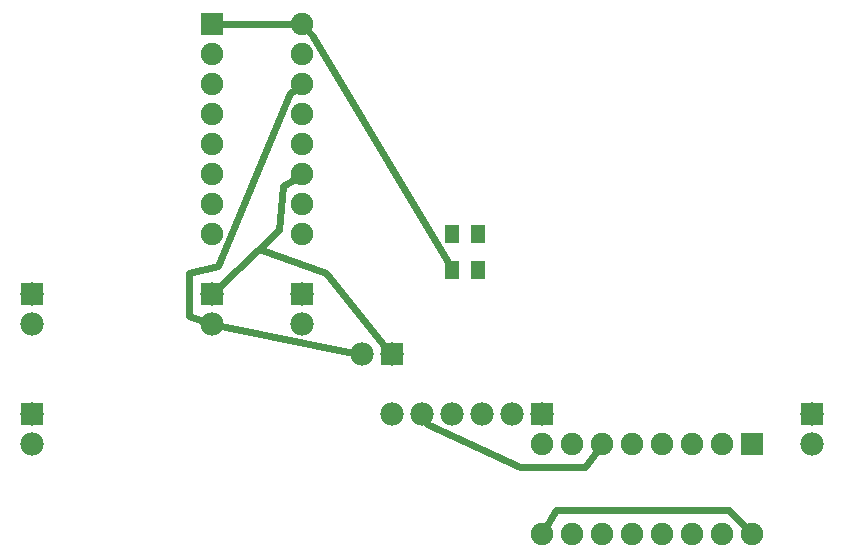
<source format=gtl>
G04 MADE WITH FRITZING*
G04 WWW.FRITZING.ORG*
G04 DOUBLE SIDED*
G04 HOLES PLATED*
G04 CONTOUR ON CENTER OF CONTOUR VECTOR*
%ASAXBY*%
%FSLAX23Y23*%
%MOIN*%
%OFA0B0*%
%SFA1.0B1.0*%
%ADD10C,0.075000*%
%ADD11C,0.078000*%
%ADD12R,0.075000X0.075000*%
%ADD13R,0.078000X0.078000*%
%ADD14R,0.051181X0.059055*%
%ADD15C,0.024000*%
%LNCOPPER1*%
G90*
G70*
G54D10*
X711Y2078D03*
X1011Y2078D03*
X711Y1978D03*
X1011Y1978D03*
X711Y1878D03*
X1011Y1878D03*
X711Y1778D03*
X1011Y1778D03*
X711Y1678D03*
X1011Y1678D03*
X711Y1578D03*
X1011Y1578D03*
X711Y1478D03*
X1011Y1478D03*
X711Y1378D03*
X1011Y1378D03*
G54D11*
X111Y1178D03*
X111Y1078D03*
X111Y778D03*
X111Y678D03*
X711Y1178D03*
X711Y1078D03*
X1011Y1178D03*
X1011Y1078D03*
X1811Y778D03*
X1711Y778D03*
X1611Y778D03*
X1511Y778D03*
X1411Y778D03*
X1311Y778D03*
G54D10*
X2511Y678D03*
X2511Y378D03*
X2411Y678D03*
X2411Y378D03*
X2311Y678D03*
X2311Y378D03*
X2211Y678D03*
X2211Y378D03*
X2111Y678D03*
X2111Y378D03*
X2011Y678D03*
X2011Y378D03*
X1911Y678D03*
X1911Y378D03*
X1811Y678D03*
X1811Y378D03*
G54D11*
X1311Y978D03*
X1211Y978D03*
X2711Y778D03*
X2711Y678D03*
G54D12*
X711Y2078D03*
G54D13*
X111Y1178D03*
X111Y778D03*
X711Y1178D03*
X1011Y1178D03*
X1811Y778D03*
G54D14*
X1511Y1261D03*
X1598Y1261D03*
X1511Y1378D03*
X1598Y1378D03*
G54D12*
X2511Y678D03*
G54D13*
X1311Y978D03*
X2711Y778D03*
G54D15*
X1425Y751D02*
X1428Y746D01*
X1428Y746D02*
X1740Y602D01*
X1740Y602D02*
X1956Y602D01*
X1956Y602D02*
X1994Y655D01*
D02*
X2492Y399D02*
X2436Y458D01*
X2436Y458D02*
X1860Y458D01*
X1860Y458D02*
X1826Y402D01*
D02*
X987Y1563D02*
X948Y1538D01*
X948Y1538D02*
X936Y1394D01*
X936Y1394D02*
X733Y1199D01*
D02*
X1292Y1001D02*
X1092Y1250D01*
X1092Y1250D02*
X870Y1328D01*
X870Y1328D02*
X936Y1394D01*
D02*
X1182Y984D02*
X741Y1072D01*
D02*
X988Y1861D02*
X972Y1850D01*
X972Y1850D02*
X732Y1274D01*
X732Y1274D02*
X636Y1250D01*
X636Y1250D02*
X636Y1106D01*
X636Y1106D02*
X683Y1088D01*
D02*
X740Y2078D02*
X983Y2078D01*
D02*
X1497Y1285D02*
X1044Y2042D01*
X1044Y2042D02*
X1031Y2057D01*
G04 End of Copper1*
M02*
</source>
